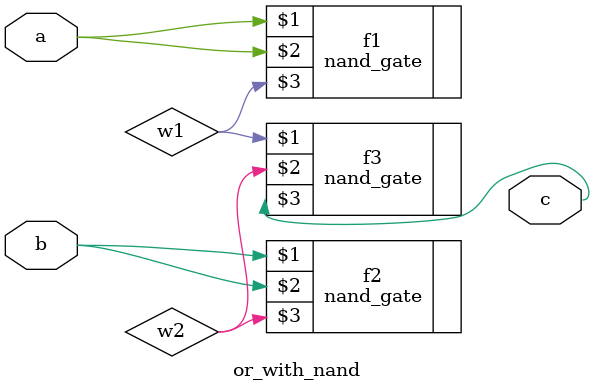
<source format=v>
`include "nand_gate.v"
module or_with_nand(a,b,c);

input a,b;
output c;

wire w1,w2;

nand_gate f1(a,a,w1);
nand_gate f2(b,b,w2);
nand_gate f3(w1,w2,c);


endmodule
</source>
